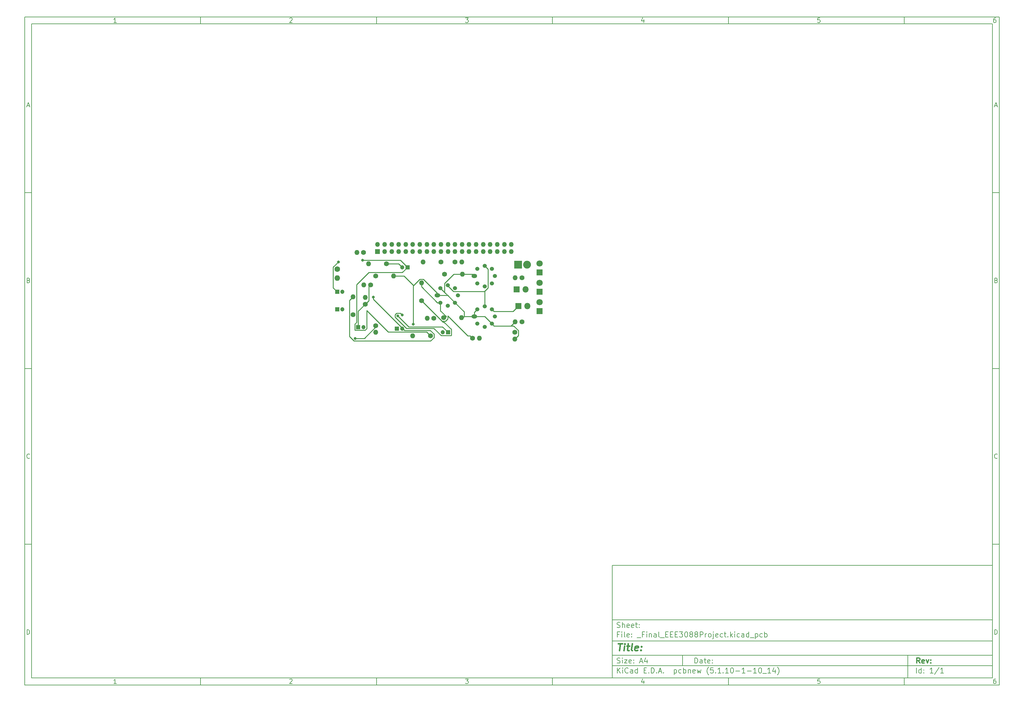
<source format=gbr>
%TF.GenerationSoftware,KiCad,Pcbnew,(5.1.10-1-10_14)*%
%TF.CreationDate,2021-06-17T20:45:02+02:00*%
%TF.ProjectId,_Final_EEE3088Project,5f46696e-616c-45f4-9545-453330383850,rev?*%
%TF.SameCoordinates,Original*%
%TF.FileFunction,Copper,L2,Bot*%
%TF.FilePolarity,Positive*%
%FSLAX46Y46*%
G04 Gerber Fmt 4.6, Leading zero omitted, Abs format (unit mm)*
G04 Created by KiCad (PCBNEW (5.1.10-1-10_14)) date 2021-06-17 20:45:02*
%MOMM*%
%LPD*%
G01*
G04 APERTURE LIST*
%ADD10C,0.100000*%
%ADD11C,0.150000*%
%ADD12C,0.300000*%
%ADD13C,0.400000*%
%TA.AperFunction,ComponentPad*%
%ADD14O,1.400000X1.400000*%
%TD*%
%TA.AperFunction,ComponentPad*%
%ADD15C,1.400000*%
%TD*%
%TA.AperFunction,ComponentPad*%
%ADD16C,1.200000*%
%TD*%
%TA.AperFunction,ComponentPad*%
%ADD17R,1.200000X1.200000*%
%TD*%
%TA.AperFunction,ComponentPad*%
%ADD18R,2.240000X2.240000*%
%TD*%
%TA.AperFunction,ComponentPad*%
%ADD19O,2.240000X2.240000*%
%TD*%
%TA.AperFunction,ComponentPad*%
%ADD20R,1.800000X1.800000*%
%TD*%
%TA.AperFunction,ComponentPad*%
%ADD21O,1.800000X1.800000*%
%TD*%
%TA.AperFunction,ComponentPad*%
%ADD22R,1.350000X1.350000*%
%TD*%
%TA.AperFunction,ComponentPad*%
%ADD23O,1.350000X1.350000*%
%TD*%
%TA.AperFunction,ComponentPad*%
%ADD24C,1.600000*%
%TD*%
%TA.AperFunction,ComponentPad*%
%ADD25O,1.600000X1.600000*%
%TD*%
%TA.AperFunction,ComponentPad*%
%ADD26C,1.800000*%
%TD*%
%TA.AperFunction,ComponentPad*%
%ADD27O,1.600000X1.200000*%
%TD*%
%TA.AperFunction,ComponentPad*%
%ADD28O,1.200000X1.200000*%
%TD*%
%TA.AperFunction,ViaPad*%
%ADD29C,0.800000*%
%TD*%
%TA.AperFunction,Conductor*%
%ADD30C,0.250000*%
%TD*%
G04 APERTURE END LIST*
D10*
D11*
X177002200Y-166007200D02*
X177002200Y-198007200D01*
X285002200Y-198007200D01*
X285002200Y-166007200D01*
X177002200Y-166007200D01*
D10*
D11*
X10000000Y-10000000D02*
X10000000Y-200007200D01*
X287002200Y-200007200D01*
X287002200Y-10000000D01*
X10000000Y-10000000D01*
D10*
D11*
X12000000Y-12000000D02*
X12000000Y-198007200D01*
X285002200Y-198007200D01*
X285002200Y-12000000D01*
X12000000Y-12000000D01*
D10*
D11*
X60000000Y-12000000D02*
X60000000Y-10000000D01*
D10*
D11*
X110000000Y-12000000D02*
X110000000Y-10000000D01*
D10*
D11*
X160000000Y-12000000D02*
X160000000Y-10000000D01*
D10*
D11*
X210000000Y-12000000D02*
X210000000Y-10000000D01*
D10*
D11*
X260000000Y-12000000D02*
X260000000Y-10000000D01*
D10*
D11*
X36065476Y-11588095D02*
X35322619Y-11588095D01*
X35694047Y-11588095D02*
X35694047Y-10288095D01*
X35570238Y-10473809D01*
X35446428Y-10597619D01*
X35322619Y-10659523D01*
D10*
D11*
X85322619Y-10411904D02*
X85384523Y-10350000D01*
X85508333Y-10288095D01*
X85817857Y-10288095D01*
X85941666Y-10350000D01*
X86003571Y-10411904D01*
X86065476Y-10535714D01*
X86065476Y-10659523D01*
X86003571Y-10845238D01*
X85260714Y-11588095D01*
X86065476Y-11588095D01*
D10*
D11*
X135260714Y-10288095D02*
X136065476Y-10288095D01*
X135632142Y-10783333D01*
X135817857Y-10783333D01*
X135941666Y-10845238D01*
X136003571Y-10907142D01*
X136065476Y-11030952D01*
X136065476Y-11340476D01*
X136003571Y-11464285D01*
X135941666Y-11526190D01*
X135817857Y-11588095D01*
X135446428Y-11588095D01*
X135322619Y-11526190D01*
X135260714Y-11464285D01*
D10*
D11*
X185941666Y-10721428D02*
X185941666Y-11588095D01*
X185632142Y-10226190D02*
X185322619Y-11154761D01*
X186127380Y-11154761D01*
D10*
D11*
X236003571Y-10288095D02*
X235384523Y-10288095D01*
X235322619Y-10907142D01*
X235384523Y-10845238D01*
X235508333Y-10783333D01*
X235817857Y-10783333D01*
X235941666Y-10845238D01*
X236003571Y-10907142D01*
X236065476Y-11030952D01*
X236065476Y-11340476D01*
X236003571Y-11464285D01*
X235941666Y-11526190D01*
X235817857Y-11588095D01*
X235508333Y-11588095D01*
X235384523Y-11526190D01*
X235322619Y-11464285D01*
D10*
D11*
X285941666Y-10288095D02*
X285694047Y-10288095D01*
X285570238Y-10350000D01*
X285508333Y-10411904D01*
X285384523Y-10597619D01*
X285322619Y-10845238D01*
X285322619Y-11340476D01*
X285384523Y-11464285D01*
X285446428Y-11526190D01*
X285570238Y-11588095D01*
X285817857Y-11588095D01*
X285941666Y-11526190D01*
X286003571Y-11464285D01*
X286065476Y-11340476D01*
X286065476Y-11030952D01*
X286003571Y-10907142D01*
X285941666Y-10845238D01*
X285817857Y-10783333D01*
X285570238Y-10783333D01*
X285446428Y-10845238D01*
X285384523Y-10907142D01*
X285322619Y-11030952D01*
D10*
D11*
X60000000Y-198007200D02*
X60000000Y-200007200D01*
D10*
D11*
X110000000Y-198007200D02*
X110000000Y-200007200D01*
D10*
D11*
X160000000Y-198007200D02*
X160000000Y-200007200D01*
D10*
D11*
X210000000Y-198007200D02*
X210000000Y-200007200D01*
D10*
D11*
X260000000Y-198007200D02*
X260000000Y-200007200D01*
D10*
D11*
X36065476Y-199595295D02*
X35322619Y-199595295D01*
X35694047Y-199595295D02*
X35694047Y-198295295D01*
X35570238Y-198481009D01*
X35446428Y-198604819D01*
X35322619Y-198666723D01*
D10*
D11*
X85322619Y-198419104D02*
X85384523Y-198357200D01*
X85508333Y-198295295D01*
X85817857Y-198295295D01*
X85941666Y-198357200D01*
X86003571Y-198419104D01*
X86065476Y-198542914D01*
X86065476Y-198666723D01*
X86003571Y-198852438D01*
X85260714Y-199595295D01*
X86065476Y-199595295D01*
D10*
D11*
X135260714Y-198295295D02*
X136065476Y-198295295D01*
X135632142Y-198790533D01*
X135817857Y-198790533D01*
X135941666Y-198852438D01*
X136003571Y-198914342D01*
X136065476Y-199038152D01*
X136065476Y-199347676D01*
X136003571Y-199471485D01*
X135941666Y-199533390D01*
X135817857Y-199595295D01*
X135446428Y-199595295D01*
X135322619Y-199533390D01*
X135260714Y-199471485D01*
D10*
D11*
X185941666Y-198728628D02*
X185941666Y-199595295D01*
X185632142Y-198233390D02*
X185322619Y-199161961D01*
X186127380Y-199161961D01*
D10*
D11*
X236003571Y-198295295D02*
X235384523Y-198295295D01*
X235322619Y-198914342D01*
X235384523Y-198852438D01*
X235508333Y-198790533D01*
X235817857Y-198790533D01*
X235941666Y-198852438D01*
X236003571Y-198914342D01*
X236065476Y-199038152D01*
X236065476Y-199347676D01*
X236003571Y-199471485D01*
X235941666Y-199533390D01*
X235817857Y-199595295D01*
X235508333Y-199595295D01*
X235384523Y-199533390D01*
X235322619Y-199471485D01*
D10*
D11*
X285941666Y-198295295D02*
X285694047Y-198295295D01*
X285570238Y-198357200D01*
X285508333Y-198419104D01*
X285384523Y-198604819D01*
X285322619Y-198852438D01*
X285322619Y-199347676D01*
X285384523Y-199471485D01*
X285446428Y-199533390D01*
X285570238Y-199595295D01*
X285817857Y-199595295D01*
X285941666Y-199533390D01*
X286003571Y-199471485D01*
X286065476Y-199347676D01*
X286065476Y-199038152D01*
X286003571Y-198914342D01*
X285941666Y-198852438D01*
X285817857Y-198790533D01*
X285570238Y-198790533D01*
X285446428Y-198852438D01*
X285384523Y-198914342D01*
X285322619Y-199038152D01*
D10*
D11*
X10000000Y-60000000D02*
X12000000Y-60000000D01*
D10*
D11*
X10000000Y-110000000D02*
X12000000Y-110000000D01*
D10*
D11*
X10000000Y-160000000D02*
X12000000Y-160000000D01*
D10*
D11*
X10690476Y-35216666D02*
X11309523Y-35216666D01*
X10566666Y-35588095D02*
X11000000Y-34288095D01*
X11433333Y-35588095D01*
D10*
D11*
X11092857Y-84907142D02*
X11278571Y-84969047D01*
X11340476Y-85030952D01*
X11402380Y-85154761D01*
X11402380Y-85340476D01*
X11340476Y-85464285D01*
X11278571Y-85526190D01*
X11154761Y-85588095D01*
X10659523Y-85588095D01*
X10659523Y-84288095D01*
X11092857Y-84288095D01*
X11216666Y-84350000D01*
X11278571Y-84411904D01*
X11340476Y-84535714D01*
X11340476Y-84659523D01*
X11278571Y-84783333D01*
X11216666Y-84845238D01*
X11092857Y-84907142D01*
X10659523Y-84907142D01*
D10*
D11*
X11402380Y-135464285D02*
X11340476Y-135526190D01*
X11154761Y-135588095D01*
X11030952Y-135588095D01*
X10845238Y-135526190D01*
X10721428Y-135402380D01*
X10659523Y-135278571D01*
X10597619Y-135030952D01*
X10597619Y-134845238D01*
X10659523Y-134597619D01*
X10721428Y-134473809D01*
X10845238Y-134350000D01*
X11030952Y-134288095D01*
X11154761Y-134288095D01*
X11340476Y-134350000D01*
X11402380Y-134411904D01*
D10*
D11*
X10659523Y-185588095D02*
X10659523Y-184288095D01*
X10969047Y-184288095D01*
X11154761Y-184350000D01*
X11278571Y-184473809D01*
X11340476Y-184597619D01*
X11402380Y-184845238D01*
X11402380Y-185030952D01*
X11340476Y-185278571D01*
X11278571Y-185402380D01*
X11154761Y-185526190D01*
X10969047Y-185588095D01*
X10659523Y-185588095D01*
D10*
D11*
X287002200Y-60000000D02*
X285002200Y-60000000D01*
D10*
D11*
X287002200Y-110000000D02*
X285002200Y-110000000D01*
D10*
D11*
X287002200Y-160000000D02*
X285002200Y-160000000D01*
D10*
D11*
X285692676Y-35216666D02*
X286311723Y-35216666D01*
X285568866Y-35588095D02*
X286002200Y-34288095D01*
X286435533Y-35588095D01*
D10*
D11*
X286095057Y-84907142D02*
X286280771Y-84969047D01*
X286342676Y-85030952D01*
X286404580Y-85154761D01*
X286404580Y-85340476D01*
X286342676Y-85464285D01*
X286280771Y-85526190D01*
X286156961Y-85588095D01*
X285661723Y-85588095D01*
X285661723Y-84288095D01*
X286095057Y-84288095D01*
X286218866Y-84350000D01*
X286280771Y-84411904D01*
X286342676Y-84535714D01*
X286342676Y-84659523D01*
X286280771Y-84783333D01*
X286218866Y-84845238D01*
X286095057Y-84907142D01*
X285661723Y-84907142D01*
D10*
D11*
X286404580Y-135464285D02*
X286342676Y-135526190D01*
X286156961Y-135588095D01*
X286033152Y-135588095D01*
X285847438Y-135526190D01*
X285723628Y-135402380D01*
X285661723Y-135278571D01*
X285599819Y-135030952D01*
X285599819Y-134845238D01*
X285661723Y-134597619D01*
X285723628Y-134473809D01*
X285847438Y-134350000D01*
X286033152Y-134288095D01*
X286156961Y-134288095D01*
X286342676Y-134350000D01*
X286404580Y-134411904D01*
D10*
D11*
X285661723Y-185588095D02*
X285661723Y-184288095D01*
X285971247Y-184288095D01*
X286156961Y-184350000D01*
X286280771Y-184473809D01*
X286342676Y-184597619D01*
X286404580Y-184845238D01*
X286404580Y-185030952D01*
X286342676Y-185278571D01*
X286280771Y-185402380D01*
X286156961Y-185526190D01*
X285971247Y-185588095D01*
X285661723Y-185588095D01*
D10*
D11*
X200434342Y-193785771D02*
X200434342Y-192285771D01*
X200791485Y-192285771D01*
X201005771Y-192357200D01*
X201148628Y-192500057D01*
X201220057Y-192642914D01*
X201291485Y-192928628D01*
X201291485Y-193142914D01*
X201220057Y-193428628D01*
X201148628Y-193571485D01*
X201005771Y-193714342D01*
X200791485Y-193785771D01*
X200434342Y-193785771D01*
X202577200Y-193785771D02*
X202577200Y-193000057D01*
X202505771Y-192857200D01*
X202362914Y-192785771D01*
X202077200Y-192785771D01*
X201934342Y-192857200D01*
X202577200Y-193714342D02*
X202434342Y-193785771D01*
X202077200Y-193785771D01*
X201934342Y-193714342D01*
X201862914Y-193571485D01*
X201862914Y-193428628D01*
X201934342Y-193285771D01*
X202077200Y-193214342D01*
X202434342Y-193214342D01*
X202577200Y-193142914D01*
X203077200Y-192785771D02*
X203648628Y-192785771D01*
X203291485Y-192285771D02*
X203291485Y-193571485D01*
X203362914Y-193714342D01*
X203505771Y-193785771D01*
X203648628Y-193785771D01*
X204720057Y-193714342D02*
X204577200Y-193785771D01*
X204291485Y-193785771D01*
X204148628Y-193714342D01*
X204077200Y-193571485D01*
X204077200Y-193000057D01*
X204148628Y-192857200D01*
X204291485Y-192785771D01*
X204577200Y-192785771D01*
X204720057Y-192857200D01*
X204791485Y-193000057D01*
X204791485Y-193142914D01*
X204077200Y-193285771D01*
X205434342Y-193642914D02*
X205505771Y-193714342D01*
X205434342Y-193785771D01*
X205362914Y-193714342D01*
X205434342Y-193642914D01*
X205434342Y-193785771D01*
X205434342Y-192857200D02*
X205505771Y-192928628D01*
X205434342Y-193000057D01*
X205362914Y-192928628D01*
X205434342Y-192857200D01*
X205434342Y-193000057D01*
D10*
D11*
X177002200Y-194507200D02*
X285002200Y-194507200D01*
D10*
D11*
X178434342Y-196585771D02*
X178434342Y-195085771D01*
X179291485Y-196585771D02*
X178648628Y-195728628D01*
X179291485Y-195085771D02*
X178434342Y-195942914D01*
X179934342Y-196585771D02*
X179934342Y-195585771D01*
X179934342Y-195085771D02*
X179862914Y-195157200D01*
X179934342Y-195228628D01*
X180005771Y-195157200D01*
X179934342Y-195085771D01*
X179934342Y-195228628D01*
X181505771Y-196442914D02*
X181434342Y-196514342D01*
X181220057Y-196585771D01*
X181077200Y-196585771D01*
X180862914Y-196514342D01*
X180720057Y-196371485D01*
X180648628Y-196228628D01*
X180577200Y-195942914D01*
X180577200Y-195728628D01*
X180648628Y-195442914D01*
X180720057Y-195300057D01*
X180862914Y-195157200D01*
X181077200Y-195085771D01*
X181220057Y-195085771D01*
X181434342Y-195157200D01*
X181505771Y-195228628D01*
X182791485Y-196585771D02*
X182791485Y-195800057D01*
X182720057Y-195657200D01*
X182577200Y-195585771D01*
X182291485Y-195585771D01*
X182148628Y-195657200D01*
X182791485Y-196514342D02*
X182648628Y-196585771D01*
X182291485Y-196585771D01*
X182148628Y-196514342D01*
X182077200Y-196371485D01*
X182077200Y-196228628D01*
X182148628Y-196085771D01*
X182291485Y-196014342D01*
X182648628Y-196014342D01*
X182791485Y-195942914D01*
X184148628Y-196585771D02*
X184148628Y-195085771D01*
X184148628Y-196514342D02*
X184005771Y-196585771D01*
X183720057Y-196585771D01*
X183577200Y-196514342D01*
X183505771Y-196442914D01*
X183434342Y-196300057D01*
X183434342Y-195871485D01*
X183505771Y-195728628D01*
X183577200Y-195657200D01*
X183720057Y-195585771D01*
X184005771Y-195585771D01*
X184148628Y-195657200D01*
X186005771Y-195800057D02*
X186505771Y-195800057D01*
X186720057Y-196585771D02*
X186005771Y-196585771D01*
X186005771Y-195085771D01*
X186720057Y-195085771D01*
X187362914Y-196442914D02*
X187434342Y-196514342D01*
X187362914Y-196585771D01*
X187291485Y-196514342D01*
X187362914Y-196442914D01*
X187362914Y-196585771D01*
X188077200Y-196585771D02*
X188077200Y-195085771D01*
X188434342Y-195085771D01*
X188648628Y-195157200D01*
X188791485Y-195300057D01*
X188862914Y-195442914D01*
X188934342Y-195728628D01*
X188934342Y-195942914D01*
X188862914Y-196228628D01*
X188791485Y-196371485D01*
X188648628Y-196514342D01*
X188434342Y-196585771D01*
X188077200Y-196585771D01*
X189577200Y-196442914D02*
X189648628Y-196514342D01*
X189577200Y-196585771D01*
X189505771Y-196514342D01*
X189577200Y-196442914D01*
X189577200Y-196585771D01*
X190220057Y-196157200D02*
X190934342Y-196157200D01*
X190077200Y-196585771D02*
X190577200Y-195085771D01*
X191077200Y-196585771D01*
X191577200Y-196442914D02*
X191648628Y-196514342D01*
X191577200Y-196585771D01*
X191505771Y-196514342D01*
X191577200Y-196442914D01*
X191577200Y-196585771D01*
X194577200Y-195585771D02*
X194577200Y-197085771D01*
X194577200Y-195657200D02*
X194720057Y-195585771D01*
X195005771Y-195585771D01*
X195148628Y-195657200D01*
X195220057Y-195728628D01*
X195291485Y-195871485D01*
X195291485Y-196300057D01*
X195220057Y-196442914D01*
X195148628Y-196514342D01*
X195005771Y-196585771D01*
X194720057Y-196585771D01*
X194577200Y-196514342D01*
X196577200Y-196514342D02*
X196434342Y-196585771D01*
X196148628Y-196585771D01*
X196005771Y-196514342D01*
X195934342Y-196442914D01*
X195862914Y-196300057D01*
X195862914Y-195871485D01*
X195934342Y-195728628D01*
X196005771Y-195657200D01*
X196148628Y-195585771D01*
X196434342Y-195585771D01*
X196577200Y-195657200D01*
X197220057Y-196585771D02*
X197220057Y-195085771D01*
X197220057Y-195657200D02*
X197362914Y-195585771D01*
X197648628Y-195585771D01*
X197791485Y-195657200D01*
X197862914Y-195728628D01*
X197934342Y-195871485D01*
X197934342Y-196300057D01*
X197862914Y-196442914D01*
X197791485Y-196514342D01*
X197648628Y-196585771D01*
X197362914Y-196585771D01*
X197220057Y-196514342D01*
X198577200Y-195585771D02*
X198577200Y-196585771D01*
X198577200Y-195728628D02*
X198648628Y-195657200D01*
X198791485Y-195585771D01*
X199005771Y-195585771D01*
X199148628Y-195657200D01*
X199220057Y-195800057D01*
X199220057Y-196585771D01*
X200505771Y-196514342D02*
X200362914Y-196585771D01*
X200077200Y-196585771D01*
X199934342Y-196514342D01*
X199862914Y-196371485D01*
X199862914Y-195800057D01*
X199934342Y-195657200D01*
X200077200Y-195585771D01*
X200362914Y-195585771D01*
X200505771Y-195657200D01*
X200577200Y-195800057D01*
X200577200Y-195942914D01*
X199862914Y-196085771D01*
X201077200Y-195585771D02*
X201362914Y-196585771D01*
X201648628Y-195871485D01*
X201934342Y-196585771D01*
X202220057Y-195585771D01*
X204362914Y-197157200D02*
X204291485Y-197085771D01*
X204148628Y-196871485D01*
X204077200Y-196728628D01*
X204005771Y-196514342D01*
X203934342Y-196157200D01*
X203934342Y-195871485D01*
X204005771Y-195514342D01*
X204077200Y-195300057D01*
X204148628Y-195157200D01*
X204291485Y-194942914D01*
X204362914Y-194871485D01*
X205648628Y-195085771D02*
X204934342Y-195085771D01*
X204862914Y-195800057D01*
X204934342Y-195728628D01*
X205077200Y-195657200D01*
X205434342Y-195657200D01*
X205577200Y-195728628D01*
X205648628Y-195800057D01*
X205720057Y-195942914D01*
X205720057Y-196300057D01*
X205648628Y-196442914D01*
X205577200Y-196514342D01*
X205434342Y-196585771D01*
X205077200Y-196585771D01*
X204934342Y-196514342D01*
X204862914Y-196442914D01*
X206362914Y-196442914D02*
X206434342Y-196514342D01*
X206362914Y-196585771D01*
X206291485Y-196514342D01*
X206362914Y-196442914D01*
X206362914Y-196585771D01*
X207862914Y-196585771D02*
X207005771Y-196585771D01*
X207434342Y-196585771D02*
X207434342Y-195085771D01*
X207291485Y-195300057D01*
X207148628Y-195442914D01*
X207005771Y-195514342D01*
X208505771Y-196442914D02*
X208577200Y-196514342D01*
X208505771Y-196585771D01*
X208434342Y-196514342D01*
X208505771Y-196442914D01*
X208505771Y-196585771D01*
X210005771Y-196585771D02*
X209148628Y-196585771D01*
X209577200Y-196585771D02*
X209577200Y-195085771D01*
X209434342Y-195300057D01*
X209291485Y-195442914D01*
X209148628Y-195514342D01*
X210934342Y-195085771D02*
X211077200Y-195085771D01*
X211220057Y-195157200D01*
X211291485Y-195228628D01*
X211362914Y-195371485D01*
X211434342Y-195657200D01*
X211434342Y-196014342D01*
X211362914Y-196300057D01*
X211291485Y-196442914D01*
X211220057Y-196514342D01*
X211077200Y-196585771D01*
X210934342Y-196585771D01*
X210791485Y-196514342D01*
X210720057Y-196442914D01*
X210648628Y-196300057D01*
X210577200Y-196014342D01*
X210577200Y-195657200D01*
X210648628Y-195371485D01*
X210720057Y-195228628D01*
X210791485Y-195157200D01*
X210934342Y-195085771D01*
X212077200Y-196014342D02*
X213220057Y-196014342D01*
X214720057Y-196585771D02*
X213862914Y-196585771D01*
X214291485Y-196585771D02*
X214291485Y-195085771D01*
X214148628Y-195300057D01*
X214005771Y-195442914D01*
X213862914Y-195514342D01*
X215362914Y-196014342D02*
X216505771Y-196014342D01*
X218005771Y-196585771D02*
X217148628Y-196585771D01*
X217577200Y-196585771D02*
X217577200Y-195085771D01*
X217434342Y-195300057D01*
X217291485Y-195442914D01*
X217148628Y-195514342D01*
X218934342Y-195085771D02*
X219077200Y-195085771D01*
X219220057Y-195157200D01*
X219291485Y-195228628D01*
X219362914Y-195371485D01*
X219434342Y-195657200D01*
X219434342Y-196014342D01*
X219362914Y-196300057D01*
X219291485Y-196442914D01*
X219220057Y-196514342D01*
X219077200Y-196585771D01*
X218934342Y-196585771D01*
X218791485Y-196514342D01*
X218720057Y-196442914D01*
X218648628Y-196300057D01*
X218577200Y-196014342D01*
X218577200Y-195657200D01*
X218648628Y-195371485D01*
X218720057Y-195228628D01*
X218791485Y-195157200D01*
X218934342Y-195085771D01*
X219720057Y-196728628D02*
X220862914Y-196728628D01*
X222005771Y-196585771D02*
X221148628Y-196585771D01*
X221577200Y-196585771D02*
X221577200Y-195085771D01*
X221434342Y-195300057D01*
X221291485Y-195442914D01*
X221148628Y-195514342D01*
X223291485Y-195585771D02*
X223291485Y-196585771D01*
X222934342Y-195014342D02*
X222577200Y-196085771D01*
X223505771Y-196085771D01*
X223934342Y-197157200D02*
X224005771Y-197085771D01*
X224148628Y-196871485D01*
X224220057Y-196728628D01*
X224291485Y-196514342D01*
X224362914Y-196157200D01*
X224362914Y-195871485D01*
X224291485Y-195514342D01*
X224220057Y-195300057D01*
X224148628Y-195157200D01*
X224005771Y-194942914D01*
X223934342Y-194871485D01*
D10*
D11*
X177002200Y-191507200D02*
X285002200Y-191507200D01*
D10*
D12*
X264411485Y-193785771D02*
X263911485Y-193071485D01*
X263554342Y-193785771D02*
X263554342Y-192285771D01*
X264125771Y-192285771D01*
X264268628Y-192357200D01*
X264340057Y-192428628D01*
X264411485Y-192571485D01*
X264411485Y-192785771D01*
X264340057Y-192928628D01*
X264268628Y-193000057D01*
X264125771Y-193071485D01*
X263554342Y-193071485D01*
X265625771Y-193714342D02*
X265482914Y-193785771D01*
X265197200Y-193785771D01*
X265054342Y-193714342D01*
X264982914Y-193571485D01*
X264982914Y-193000057D01*
X265054342Y-192857200D01*
X265197200Y-192785771D01*
X265482914Y-192785771D01*
X265625771Y-192857200D01*
X265697200Y-193000057D01*
X265697200Y-193142914D01*
X264982914Y-193285771D01*
X266197200Y-192785771D02*
X266554342Y-193785771D01*
X266911485Y-192785771D01*
X267482914Y-193642914D02*
X267554342Y-193714342D01*
X267482914Y-193785771D01*
X267411485Y-193714342D01*
X267482914Y-193642914D01*
X267482914Y-193785771D01*
X267482914Y-192857200D02*
X267554342Y-192928628D01*
X267482914Y-193000057D01*
X267411485Y-192928628D01*
X267482914Y-192857200D01*
X267482914Y-193000057D01*
D10*
D11*
X178362914Y-193714342D02*
X178577200Y-193785771D01*
X178934342Y-193785771D01*
X179077200Y-193714342D01*
X179148628Y-193642914D01*
X179220057Y-193500057D01*
X179220057Y-193357200D01*
X179148628Y-193214342D01*
X179077200Y-193142914D01*
X178934342Y-193071485D01*
X178648628Y-193000057D01*
X178505771Y-192928628D01*
X178434342Y-192857200D01*
X178362914Y-192714342D01*
X178362914Y-192571485D01*
X178434342Y-192428628D01*
X178505771Y-192357200D01*
X178648628Y-192285771D01*
X179005771Y-192285771D01*
X179220057Y-192357200D01*
X179862914Y-193785771D02*
X179862914Y-192785771D01*
X179862914Y-192285771D02*
X179791485Y-192357200D01*
X179862914Y-192428628D01*
X179934342Y-192357200D01*
X179862914Y-192285771D01*
X179862914Y-192428628D01*
X180434342Y-192785771D02*
X181220057Y-192785771D01*
X180434342Y-193785771D01*
X181220057Y-193785771D01*
X182362914Y-193714342D02*
X182220057Y-193785771D01*
X181934342Y-193785771D01*
X181791485Y-193714342D01*
X181720057Y-193571485D01*
X181720057Y-193000057D01*
X181791485Y-192857200D01*
X181934342Y-192785771D01*
X182220057Y-192785771D01*
X182362914Y-192857200D01*
X182434342Y-193000057D01*
X182434342Y-193142914D01*
X181720057Y-193285771D01*
X183077200Y-193642914D02*
X183148628Y-193714342D01*
X183077200Y-193785771D01*
X183005771Y-193714342D01*
X183077200Y-193642914D01*
X183077200Y-193785771D01*
X183077200Y-192857200D02*
X183148628Y-192928628D01*
X183077200Y-193000057D01*
X183005771Y-192928628D01*
X183077200Y-192857200D01*
X183077200Y-193000057D01*
X184862914Y-193357200D02*
X185577200Y-193357200D01*
X184720057Y-193785771D02*
X185220057Y-192285771D01*
X185720057Y-193785771D01*
X186862914Y-192785771D02*
X186862914Y-193785771D01*
X186505771Y-192214342D02*
X186148628Y-193285771D01*
X187077200Y-193285771D01*
D10*
D11*
X263434342Y-196585771D02*
X263434342Y-195085771D01*
X264791485Y-196585771D02*
X264791485Y-195085771D01*
X264791485Y-196514342D02*
X264648628Y-196585771D01*
X264362914Y-196585771D01*
X264220057Y-196514342D01*
X264148628Y-196442914D01*
X264077200Y-196300057D01*
X264077200Y-195871485D01*
X264148628Y-195728628D01*
X264220057Y-195657200D01*
X264362914Y-195585771D01*
X264648628Y-195585771D01*
X264791485Y-195657200D01*
X265505771Y-196442914D02*
X265577200Y-196514342D01*
X265505771Y-196585771D01*
X265434342Y-196514342D01*
X265505771Y-196442914D01*
X265505771Y-196585771D01*
X265505771Y-195657200D02*
X265577200Y-195728628D01*
X265505771Y-195800057D01*
X265434342Y-195728628D01*
X265505771Y-195657200D01*
X265505771Y-195800057D01*
X268148628Y-196585771D02*
X267291485Y-196585771D01*
X267720057Y-196585771D02*
X267720057Y-195085771D01*
X267577200Y-195300057D01*
X267434342Y-195442914D01*
X267291485Y-195514342D01*
X269862914Y-195014342D02*
X268577200Y-196942914D01*
X271148628Y-196585771D02*
X270291485Y-196585771D01*
X270720057Y-196585771D02*
X270720057Y-195085771D01*
X270577200Y-195300057D01*
X270434342Y-195442914D01*
X270291485Y-195514342D01*
D10*
D11*
X177002200Y-187507200D02*
X285002200Y-187507200D01*
D10*
D13*
X178714580Y-188211961D02*
X179857438Y-188211961D01*
X179036009Y-190211961D02*
X179286009Y-188211961D01*
X180274104Y-190211961D02*
X180440771Y-188878628D01*
X180524104Y-188211961D02*
X180416961Y-188307200D01*
X180500295Y-188402438D01*
X180607438Y-188307200D01*
X180524104Y-188211961D01*
X180500295Y-188402438D01*
X181107438Y-188878628D02*
X181869342Y-188878628D01*
X181476485Y-188211961D02*
X181262200Y-189926247D01*
X181333628Y-190116723D01*
X181512200Y-190211961D01*
X181702676Y-190211961D01*
X182655057Y-190211961D02*
X182476485Y-190116723D01*
X182405057Y-189926247D01*
X182619342Y-188211961D01*
X184190771Y-190116723D02*
X183988390Y-190211961D01*
X183607438Y-190211961D01*
X183428866Y-190116723D01*
X183357438Y-189926247D01*
X183452676Y-189164342D01*
X183571723Y-188973866D01*
X183774104Y-188878628D01*
X184155057Y-188878628D01*
X184333628Y-188973866D01*
X184405057Y-189164342D01*
X184381247Y-189354819D01*
X183405057Y-189545295D01*
X185155057Y-190021485D02*
X185238390Y-190116723D01*
X185131247Y-190211961D01*
X185047914Y-190116723D01*
X185155057Y-190021485D01*
X185131247Y-190211961D01*
X185286009Y-188973866D02*
X185369342Y-189069104D01*
X185262200Y-189164342D01*
X185178866Y-189069104D01*
X185286009Y-188973866D01*
X185262200Y-189164342D01*
D10*
D11*
X178934342Y-185600057D02*
X178434342Y-185600057D01*
X178434342Y-186385771D02*
X178434342Y-184885771D01*
X179148628Y-184885771D01*
X179720057Y-186385771D02*
X179720057Y-185385771D01*
X179720057Y-184885771D02*
X179648628Y-184957200D01*
X179720057Y-185028628D01*
X179791485Y-184957200D01*
X179720057Y-184885771D01*
X179720057Y-185028628D01*
X180648628Y-186385771D02*
X180505771Y-186314342D01*
X180434342Y-186171485D01*
X180434342Y-184885771D01*
X181791485Y-186314342D02*
X181648628Y-186385771D01*
X181362914Y-186385771D01*
X181220057Y-186314342D01*
X181148628Y-186171485D01*
X181148628Y-185600057D01*
X181220057Y-185457200D01*
X181362914Y-185385771D01*
X181648628Y-185385771D01*
X181791485Y-185457200D01*
X181862914Y-185600057D01*
X181862914Y-185742914D01*
X181148628Y-185885771D01*
X182505771Y-186242914D02*
X182577200Y-186314342D01*
X182505771Y-186385771D01*
X182434342Y-186314342D01*
X182505771Y-186242914D01*
X182505771Y-186385771D01*
X182505771Y-185457200D02*
X182577200Y-185528628D01*
X182505771Y-185600057D01*
X182434342Y-185528628D01*
X182505771Y-185457200D01*
X182505771Y-185600057D01*
X184005771Y-186528628D02*
X185148628Y-186528628D01*
X186005771Y-185600057D02*
X185505771Y-185600057D01*
X185505771Y-186385771D02*
X185505771Y-184885771D01*
X186220057Y-184885771D01*
X186791485Y-186385771D02*
X186791485Y-185385771D01*
X186791485Y-184885771D02*
X186720057Y-184957200D01*
X186791485Y-185028628D01*
X186862914Y-184957200D01*
X186791485Y-184885771D01*
X186791485Y-185028628D01*
X187505771Y-185385771D02*
X187505771Y-186385771D01*
X187505771Y-185528628D02*
X187577200Y-185457200D01*
X187720057Y-185385771D01*
X187934342Y-185385771D01*
X188077200Y-185457200D01*
X188148628Y-185600057D01*
X188148628Y-186385771D01*
X189505771Y-186385771D02*
X189505771Y-185600057D01*
X189434342Y-185457200D01*
X189291485Y-185385771D01*
X189005771Y-185385771D01*
X188862914Y-185457200D01*
X189505771Y-186314342D02*
X189362914Y-186385771D01*
X189005771Y-186385771D01*
X188862914Y-186314342D01*
X188791485Y-186171485D01*
X188791485Y-186028628D01*
X188862914Y-185885771D01*
X189005771Y-185814342D01*
X189362914Y-185814342D01*
X189505771Y-185742914D01*
X190434342Y-186385771D02*
X190291485Y-186314342D01*
X190220057Y-186171485D01*
X190220057Y-184885771D01*
X190648628Y-186528628D02*
X191791485Y-186528628D01*
X192148628Y-185600057D02*
X192648628Y-185600057D01*
X192862914Y-186385771D02*
X192148628Y-186385771D01*
X192148628Y-184885771D01*
X192862914Y-184885771D01*
X193505771Y-185600057D02*
X194005771Y-185600057D01*
X194220057Y-186385771D02*
X193505771Y-186385771D01*
X193505771Y-184885771D01*
X194220057Y-184885771D01*
X194862914Y-185600057D02*
X195362914Y-185600057D01*
X195577200Y-186385771D02*
X194862914Y-186385771D01*
X194862914Y-184885771D01*
X195577200Y-184885771D01*
X196077200Y-184885771D02*
X197005771Y-184885771D01*
X196505771Y-185457200D01*
X196720057Y-185457200D01*
X196862914Y-185528628D01*
X196934342Y-185600057D01*
X197005771Y-185742914D01*
X197005771Y-186100057D01*
X196934342Y-186242914D01*
X196862914Y-186314342D01*
X196720057Y-186385771D01*
X196291485Y-186385771D01*
X196148628Y-186314342D01*
X196077200Y-186242914D01*
X197934342Y-184885771D02*
X198077200Y-184885771D01*
X198220057Y-184957200D01*
X198291485Y-185028628D01*
X198362914Y-185171485D01*
X198434342Y-185457200D01*
X198434342Y-185814342D01*
X198362914Y-186100057D01*
X198291485Y-186242914D01*
X198220057Y-186314342D01*
X198077200Y-186385771D01*
X197934342Y-186385771D01*
X197791485Y-186314342D01*
X197720057Y-186242914D01*
X197648628Y-186100057D01*
X197577200Y-185814342D01*
X197577200Y-185457200D01*
X197648628Y-185171485D01*
X197720057Y-185028628D01*
X197791485Y-184957200D01*
X197934342Y-184885771D01*
X199291485Y-185528628D02*
X199148628Y-185457200D01*
X199077200Y-185385771D01*
X199005771Y-185242914D01*
X199005771Y-185171485D01*
X199077200Y-185028628D01*
X199148628Y-184957200D01*
X199291485Y-184885771D01*
X199577200Y-184885771D01*
X199720057Y-184957200D01*
X199791485Y-185028628D01*
X199862914Y-185171485D01*
X199862914Y-185242914D01*
X199791485Y-185385771D01*
X199720057Y-185457200D01*
X199577200Y-185528628D01*
X199291485Y-185528628D01*
X199148628Y-185600057D01*
X199077200Y-185671485D01*
X199005771Y-185814342D01*
X199005771Y-186100057D01*
X199077200Y-186242914D01*
X199148628Y-186314342D01*
X199291485Y-186385771D01*
X199577200Y-186385771D01*
X199720057Y-186314342D01*
X199791485Y-186242914D01*
X199862914Y-186100057D01*
X199862914Y-185814342D01*
X199791485Y-185671485D01*
X199720057Y-185600057D01*
X199577200Y-185528628D01*
X200720057Y-185528628D02*
X200577200Y-185457200D01*
X200505771Y-185385771D01*
X200434342Y-185242914D01*
X200434342Y-185171485D01*
X200505771Y-185028628D01*
X200577200Y-184957200D01*
X200720057Y-184885771D01*
X201005771Y-184885771D01*
X201148628Y-184957200D01*
X201220057Y-185028628D01*
X201291485Y-185171485D01*
X201291485Y-185242914D01*
X201220057Y-185385771D01*
X201148628Y-185457200D01*
X201005771Y-185528628D01*
X200720057Y-185528628D01*
X200577200Y-185600057D01*
X200505771Y-185671485D01*
X200434342Y-185814342D01*
X200434342Y-186100057D01*
X200505771Y-186242914D01*
X200577200Y-186314342D01*
X200720057Y-186385771D01*
X201005771Y-186385771D01*
X201148628Y-186314342D01*
X201220057Y-186242914D01*
X201291485Y-186100057D01*
X201291485Y-185814342D01*
X201220057Y-185671485D01*
X201148628Y-185600057D01*
X201005771Y-185528628D01*
X201934342Y-186385771D02*
X201934342Y-184885771D01*
X202505771Y-184885771D01*
X202648628Y-184957200D01*
X202720057Y-185028628D01*
X202791485Y-185171485D01*
X202791485Y-185385771D01*
X202720057Y-185528628D01*
X202648628Y-185600057D01*
X202505771Y-185671485D01*
X201934342Y-185671485D01*
X203434342Y-186385771D02*
X203434342Y-185385771D01*
X203434342Y-185671485D02*
X203505771Y-185528628D01*
X203577200Y-185457200D01*
X203720057Y-185385771D01*
X203862914Y-185385771D01*
X204577200Y-186385771D02*
X204434342Y-186314342D01*
X204362914Y-186242914D01*
X204291485Y-186100057D01*
X204291485Y-185671485D01*
X204362914Y-185528628D01*
X204434342Y-185457200D01*
X204577200Y-185385771D01*
X204791485Y-185385771D01*
X204934342Y-185457200D01*
X205005771Y-185528628D01*
X205077200Y-185671485D01*
X205077200Y-186100057D01*
X205005771Y-186242914D01*
X204934342Y-186314342D01*
X204791485Y-186385771D01*
X204577200Y-186385771D01*
X205720057Y-185385771D02*
X205720057Y-186671485D01*
X205648628Y-186814342D01*
X205505771Y-186885771D01*
X205434342Y-186885771D01*
X205720057Y-184885771D02*
X205648628Y-184957200D01*
X205720057Y-185028628D01*
X205791485Y-184957200D01*
X205720057Y-184885771D01*
X205720057Y-185028628D01*
X207005771Y-186314342D02*
X206862914Y-186385771D01*
X206577200Y-186385771D01*
X206434342Y-186314342D01*
X206362914Y-186171485D01*
X206362914Y-185600057D01*
X206434342Y-185457200D01*
X206577200Y-185385771D01*
X206862914Y-185385771D01*
X207005771Y-185457200D01*
X207077200Y-185600057D01*
X207077200Y-185742914D01*
X206362914Y-185885771D01*
X208362914Y-186314342D02*
X208220057Y-186385771D01*
X207934342Y-186385771D01*
X207791485Y-186314342D01*
X207720057Y-186242914D01*
X207648628Y-186100057D01*
X207648628Y-185671485D01*
X207720057Y-185528628D01*
X207791485Y-185457200D01*
X207934342Y-185385771D01*
X208220057Y-185385771D01*
X208362914Y-185457200D01*
X208791485Y-185385771D02*
X209362914Y-185385771D01*
X209005771Y-184885771D02*
X209005771Y-186171485D01*
X209077200Y-186314342D01*
X209220057Y-186385771D01*
X209362914Y-186385771D01*
X209862914Y-186242914D02*
X209934342Y-186314342D01*
X209862914Y-186385771D01*
X209791485Y-186314342D01*
X209862914Y-186242914D01*
X209862914Y-186385771D01*
X210577200Y-186385771D02*
X210577200Y-184885771D01*
X210720057Y-185814342D02*
X211148628Y-186385771D01*
X211148628Y-185385771D02*
X210577200Y-185957200D01*
X211791485Y-186385771D02*
X211791485Y-185385771D01*
X211791485Y-184885771D02*
X211720057Y-184957200D01*
X211791485Y-185028628D01*
X211862914Y-184957200D01*
X211791485Y-184885771D01*
X211791485Y-185028628D01*
X213148628Y-186314342D02*
X213005771Y-186385771D01*
X212720057Y-186385771D01*
X212577200Y-186314342D01*
X212505771Y-186242914D01*
X212434342Y-186100057D01*
X212434342Y-185671485D01*
X212505771Y-185528628D01*
X212577200Y-185457200D01*
X212720057Y-185385771D01*
X213005771Y-185385771D01*
X213148628Y-185457200D01*
X214434342Y-186385771D02*
X214434342Y-185600057D01*
X214362914Y-185457200D01*
X214220057Y-185385771D01*
X213934342Y-185385771D01*
X213791485Y-185457200D01*
X214434342Y-186314342D02*
X214291485Y-186385771D01*
X213934342Y-186385771D01*
X213791485Y-186314342D01*
X213720057Y-186171485D01*
X213720057Y-186028628D01*
X213791485Y-185885771D01*
X213934342Y-185814342D01*
X214291485Y-185814342D01*
X214434342Y-185742914D01*
X215791485Y-186385771D02*
X215791485Y-184885771D01*
X215791485Y-186314342D02*
X215648628Y-186385771D01*
X215362914Y-186385771D01*
X215220057Y-186314342D01*
X215148628Y-186242914D01*
X215077200Y-186100057D01*
X215077200Y-185671485D01*
X215148628Y-185528628D01*
X215220057Y-185457200D01*
X215362914Y-185385771D01*
X215648628Y-185385771D01*
X215791485Y-185457200D01*
X216148628Y-186528628D02*
X217291485Y-186528628D01*
X217648628Y-185385771D02*
X217648628Y-186885771D01*
X217648628Y-185457200D02*
X217791485Y-185385771D01*
X218077200Y-185385771D01*
X218220057Y-185457200D01*
X218291485Y-185528628D01*
X218362914Y-185671485D01*
X218362914Y-186100057D01*
X218291485Y-186242914D01*
X218220057Y-186314342D01*
X218077200Y-186385771D01*
X217791485Y-186385771D01*
X217648628Y-186314342D01*
X219648628Y-186314342D02*
X219505771Y-186385771D01*
X219220057Y-186385771D01*
X219077200Y-186314342D01*
X219005771Y-186242914D01*
X218934342Y-186100057D01*
X218934342Y-185671485D01*
X219005771Y-185528628D01*
X219077200Y-185457200D01*
X219220057Y-185385771D01*
X219505771Y-185385771D01*
X219648628Y-185457200D01*
X220291485Y-186385771D02*
X220291485Y-184885771D01*
X220291485Y-185457200D02*
X220434342Y-185385771D01*
X220720057Y-185385771D01*
X220862914Y-185457200D01*
X220934342Y-185528628D01*
X221005771Y-185671485D01*
X221005771Y-186100057D01*
X220934342Y-186242914D01*
X220862914Y-186314342D01*
X220720057Y-186385771D01*
X220434342Y-186385771D01*
X220291485Y-186314342D01*
D10*
D11*
X177002200Y-181507200D02*
X285002200Y-181507200D01*
D10*
D11*
X178362914Y-183614342D02*
X178577200Y-183685771D01*
X178934342Y-183685771D01*
X179077200Y-183614342D01*
X179148628Y-183542914D01*
X179220057Y-183400057D01*
X179220057Y-183257200D01*
X179148628Y-183114342D01*
X179077200Y-183042914D01*
X178934342Y-182971485D01*
X178648628Y-182900057D01*
X178505771Y-182828628D01*
X178434342Y-182757200D01*
X178362914Y-182614342D01*
X178362914Y-182471485D01*
X178434342Y-182328628D01*
X178505771Y-182257200D01*
X178648628Y-182185771D01*
X179005771Y-182185771D01*
X179220057Y-182257200D01*
X179862914Y-183685771D02*
X179862914Y-182185771D01*
X180505771Y-183685771D02*
X180505771Y-182900057D01*
X180434342Y-182757200D01*
X180291485Y-182685771D01*
X180077200Y-182685771D01*
X179934342Y-182757200D01*
X179862914Y-182828628D01*
X181791485Y-183614342D02*
X181648628Y-183685771D01*
X181362914Y-183685771D01*
X181220057Y-183614342D01*
X181148628Y-183471485D01*
X181148628Y-182900057D01*
X181220057Y-182757200D01*
X181362914Y-182685771D01*
X181648628Y-182685771D01*
X181791485Y-182757200D01*
X181862914Y-182900057D01*
X181862914Y-183042914D01*
X181148628Y-183185771D01*
X183077200Y-183614342D02*
X182934342Y-183685771D01*
X182648628Y-183685771D01*
X182505771Y-183614342D01*
X182434342Y-183471485D01*
X182434342Y-182900057D01*
X182505771Y-182757200D01*
X182648628Y-182685771D01*
X182934342Y-182685771D01*
X183077200Y-182757200D01*
X183148628Y-182900057D01*
X183148628Y-183042914D01*
X182434342Y-183185771D01*
X183577200Y-182685771D02*
X184148628Y-182685771D01*
X183791485Y-182185771D02*
X183791485Y-183471485D01*
X183862914Y-183614342D01*
X184005771Y-183685771D01*
X184148628Y-183685771D01*
X184648628Y-183542914D02*
X184720057Y-183614342D01*
X184648628Y-183685771D01*
X184577200Y-183614342D01*
X184648628Y-183542914D01*
X184648628Y-183685771D01*
X184648628Y-182757200D02*
X184720057Y-182828628D01*
X184648628Y-182900057D01*
X184577200Y-182828628D01*
X184648628Y-182757200D01*
X184648628Y-182900057D01*
D10*
D11*
X197002200Y-191507200D02*
X197002200Y-194507200D01*
D10*
D11*
X261002200Y-191507200D02*
X261002200Y-198007200D01*
D14*
%TO.P,R17,2*%
%TO.N,Net-(OP3-Pad2)*%
X139192000Y-101346000D03*
D15*
%TO.P,R17,1*%
%TO.N,/Vreg*%
X137292000Y-101346000D03*
%TD*%
D14*
%TO.P,R5,2*%
%TO.N,Net-(Buck/Boost1-Pad11)*%
X107720000Y-80200000D03*
D15*
%TO.P,R5,1*%
%TO.N,Net-(C3-Pad2)*%
X112800000Y-80200000D03*
%TD*%
%TO.P,R4,1*%
%TO.N,Net-(Buck/Boost1-Pad7)*%
X109800000Y-83700000D03*
D14*
%TO.P,R4,2*%
%TO.N,GND*%
X114880000Y-83700000D03*
%TD*%
D16*
%TO.P,C1,2*%
%TO.N,GND*%
X100300000Y-88200000D03*
D17*
%TO.P,C1,1*%
%TO.N,Net-(Buck/Boost1-Pad1)*%
X98800000Y-88200000D03*
%TD*%
%TO.P,C2,1*%
%TO.N,Vin*%
X115800000Y-98700000D03*
D16*
%TO.P,C2,2*%
%TO.N,GND*%
X117300000Y-98700000D03*
%TD*%
D17*
%TO.P,C3,1*%
%TO.N,Net-(Buck/Boost1-Pad12)*%
X118800000Y-81200000D03*
D16*
%TO.P,C3,2*%
%TO.N,Net-(C3-Pad2)*%
X117300000Y-81200000D03*
%TD*%
%TO.P,C4,2*%
%TO.N,GND*%
X100300000Y-93200000D03*
D17*
%TO.P,C4,1*%
%TO.N,Net-(Buck/Boost1-Pad7)*%
X98800000Y-93200000D03*
%TD*%
D16*
%TO.P,C5,2*%
%TO.N,Net-(Buck/Boost1-Pad12)*%
X128800000Y-99700000D03*
D17*
%TO.P,C5,1*%
%TO.N,Net-(C5-Pad1)*%
X130300000Y-99700000D03*
%TD*%
%TO.P,C6,1*%
%TO.N,/Vreg*%
X104800000Y-98200000D03*
D16*
%TO.P,C6,2*%
%TO.N,GND*%
X106300000Y-98200000D03*
%TD*%
D18*
%TO.P,D1,1*%
%TO.N,Net-(D1-Pad1)*%
X150260000Y-80450000D03*
D19*
%TO.P,D1,2*%
%TO.N,Net-(D1-Pad2)*%
X152800000Y-80450000D03*
%TD*%
D20*
%TO.P,D2,1*%
%TO.N,Net-(D2-Pad1)*%
X149800000Y-87450000D03*
D21*
%TO.P,D2,2*%
%TO.N,Net-(D2-Pad2)*%
X152340000Y-87450000D03*
%TD*%
%TO.P,D3,2*%
%TO.N,Net-(D3-Pad2)*%
X152840000Y-92200000D03*
D20*
%TO.P,D3,1*%
%TO.N,Net-(D3-Pad1)*%
X150300000Y-92200000D03*
%TD*%
D22*
%TO.P,J1,1*%
%TO.N,Vin*%
X110300000Y-76700000D03*
D23*
%TO.P,J1,2*%
%TO.N,Net-(J1-Pad2)*%
X110300000Y-74700000D03*
%TO.P,J1,3*%
%TO.N,Net-(J1-Pad3)*%
X112300000Y-76700000D03*
%TO.P,J1,4*%
%TO.N,Net-(J1-Pad4)*%
X112300000Y-74700000D03*
%TO.P,J1,5*%
%TO.N,Net-(J1-Pad5)*%
X114300000Y-76700000D03*
%TO.P,J1,6*%
%TO.N,GND*%
X114300000Y-74700000D03*
%TO.P,J1,7*%
%TO.N,Net-(J1-Pad7)*%
X116300000Y-76700000D03*
%TO.P,J1,8*%
%TO.N,Net-(J1-Pad8)*%
X116300000Y-74700000D03*
%TO.P,J1,9*%
%TO.N,Net-(J1-Pad9)*%
X118300000Y-76700000D03*
%TO.P,J1,10*%
%TO.N,Net-(J1-Pad10)*%
X118300000Y-74700000D03*
%TO.P,J1,11*%
%TO.N,Net-(J1-Pad11)*%
X120300000Y-76700000D03*
%TO.P,J1,12*%
%TO.N,Net-(J1-Pad12)*%
X120300000Y-74700000D03*
%TO.P,J1,13*%
%TO.N,Net-(J1-Pad13)*%
X122300000Y-76700000D03*
%TO.P,J1,14*%
%TO.N,Net-(J1-Pad14)*%
X122300000Y-74700000D03*
%TO.P,J1,15*%
%TO.N,Net-(J1-Pad15)*%
X124300000Y-76700000D03*
%TO.P,J1,16*%
%TO.N,Net-(J1-Pad16)*%
X124300000Y-74700000D03*
%TO.P,J1,17*%
%TO.N,Net-(J1-Pad17)*%
X126300000Y-76700000D03*
%TO.P,J1,18*%
%TO.N,Net-(J1-Pad18)*%
X126300000Y-74700000D03*
%TO.P,J1,19*%
%TO.N,Net-(J1-Pad19)*%
X128300000Y-76700000D03*
%TO.P,J1,20*%
%TO.N,Net-(J1-Pad20)*%
X128300000Y-74700000D03*
%TO.P,J1,21*%
%TO.N,Net-(J1-Pad21)*%
X130300000Y-76700000D03*
%TO.P,J1,22*%
%TO.N,Net-(J1-Pad22)*%
X130300000Y-74700000D03*
%TO.P,J1,23*%
%TO.N,Net-(J1-Pad23)*%
X132300000Y-76700000D03*
%TO.P,J1,24*%
%TO.N,Net-(J1-Pad24)*%
X132300000Y-74700000D03*
%TO.P,J1,25*%
%TO.N,Net-(J1-Pad25)*%
X134300000Y-76700000D03*
%TO.P,J1,26*%
%TO.N,Net-(J1-Pad26)*%
X134300000Y-74700000D03*
%TO.P,J1,27*%
%TO.N,Net-(J1-Pad27)*%
X136300000Y-76700000D03*
%TO.P,J1,28*%
%TO.N,Net-(J1-Pad28)*%
X136300000Y-74700000D03*
%TO.P,J1,29*%
%TO.N,Net-(J1-Pad29)*%
X138300000Y-76700000D03*
%TO.P,J1,30*%
%TO.N,Net-(J1-Pad30)*%
X138300000Y-74700000D03*
%TO.P,J1,31*%
%TO.N,Net-(J1-Pad31)*%
X140300000Y-76700000D03*
%TO.P,J1,32*%
%TO.N,Net-(J1-Pad32)*%
X140300000Y-74700000D03*
%TO.P,J1,33*%
%TO.N,Net-(J1-Pad33)*%
X142300000Y-76700000D03*
%TO.P,J1,34*%
%TO.N,Net-(J1-Pad34)*%
X142300000Y-74700000D03*
%TO.P,J1,35*%
%TO.N,Net-(J1-Pad35)*%
X144300000Y-76700000D03*
%TO.P,J1,36*%
%TO.N,Net-(J1-Pad36)*%
X144300000Y-74700000D03*
%TO.P,J1,37*%
%TO.N,Net-(J1-Pad37)*%
X146300000Y-76700000D03*
%TO.P,J1,38*%
%TO.N,Net-(J1-Pad38)*%
X146300000Y-74700000D03*
%TO.P,J1,39*%
%TO.N,Net-(J1-Pad39)*%
X148300000Y-76700000D03*
%TO.P,J1,40*%
%TO.N,Net-(J1-Pad40)*%
X148300000Y-74700000D03*
%TD*%
D24*
%TO.P,L1,1*%
%TO.N,Net-(Buck/Boost1-Pad4)*%
X98800000Y-81700000D03*
D25*
%TO.P,L1,2*%
%TO.N,Net-(Buck/Boost1-Pad6)*%
X98800000Y-84240000D03*
%TD*%
D20*
%TO.P,LED1,1*%
%TO.N,Net-(LED1-Pad1)*%
X156300000Y-82700000D03*
D26*
%TO.P,LED1,2*%
%TO.N,Net-(D1-Pad2)*%
X156300000Y-80160000D03*
%TD*%
%TO.P,LED2,2*%
%TO.N,Net-(D2-Pad2)*%
X156300000Y-85660000D03*
D20*
%TO.P,LED2,1*%
%TO.N,Net-(LED2-Pad1)*%
X156300000Y-88200000D03*
%TD*%
%TO.P,LED3,1*%
%TO.N,Net-(LED3-Pad1)*%
X156300000Y-93700000D03*
D26*
%TO.P,LED3,2*%
%TO.N,Net-(D3-Pad2)*%
X156300000Y-91160000D03*
%TD*%
D27*
%TO.P,OP1,1*%
%TO.N,GND*%
X137800000Y-83700000D03*
D28*
%TO.P,OP1,2*%
%TO.N,Net-(OP1-Pad2)*%
X138655248Y-85764752D03*
%TO.P,OP1,3*%
%TO.N,Net-(OP1-Pad3)*%
X140720000Y-86620000D03*
%TO.P,OP1,4*%
%TO.N,GND*%
X142784752Y-85764752D03*
%TO.P,OP1,5*%
%TO.N,Net-(OP1-Pad5)*%
X143640000Y-83700000D03*
%TO.P,OP1,6*%
%TO.N,Net-(D1-Pad1)*%
X142784752Y-81635248D03*
%TO.P,OP1,7*%
%TO.N,Vin*%
X140720000Y-80780000D03*
%TO.P,OP1,8*%
%TO.N,GND*%
X138655248Y-81635248D03*
%TD*%
%TO.P,OP2,8*%
%TO.N,GND*%
X128155248Y-87135248D03*
%TO.P,OP2,7*%
%TO.N,Vin*%
X130220000Y-86280000D03*
%TO.P,OP2,6*%
%TO.N,Net-(D2-Pad1)*%
X132284752Y-87135248D03*
%TO.P,OP2,5*%
%TO.N,Net-(OP2-Pad5)*%
X133140000Y-89200000D03*
%TO.P,OP2,4*%
%TO.N,GND*%
X132284752Y-91264752D03*
%TO.P,OP2,3*%
%TO.N,Net-(OP1-Pad3)*%
X130220000Y-92120000D03*
%TO.P,OP2,2*%
%TO.N,Net-(OP2-Pad2)*%
X128155248Y-91264752D03*
D27*
%TO.P,OP2,1*%
%TO.N,GND*%
X127300000Y-89200000D03*
%TD*%
%TO.P,OP3,1*%
%TO.N,GND*%
X137800000Y-95200000D03*
D28*
%TO.P,OP3,2*%
%TO.N,Net-(OP3-Pad2)*%
X138655248Y-97264752D03*
%TO.P,OP3,3*%
%TO.N,Net-(OP1-Pad3)*%
X140720000Y-98120000D03*
%TO.P,OP3,4*%
%TO.N,GND*%
X142784752Y-97264752D03*
%TO.P,OP3,5*%
%TO.N,Net-(OP3-Pad5)*%
X143640000Y-95200000D03*
%TO.P,OP3,6*%
%TO.N,Net-(D3-Pad1)*%
X142784752Y-93135248D03*
%TO.P,OP3,7*%
%TO.N,Vin*%
X140720000Y-92280000D03*
%TO.P,OP3,8*%
%TO.N,GND*%
X138655248Y-93135248D03*
%TD*%
D14*
%TO.P,R1,2*%
%TO.N,Net-(Buck/Boost1-Pad1)*%
X104400000Y-76950000D03*
D15*
%TO.P,R1,1*%
%TO.N,Vin*%
X106300000Y-76950000D03*
%TD*%
%TO.P,R2,1*%
%TO.N,Net-(Buck/Boost1-Pad2)*%
X109800000Y-97800000D03*
D14*
%TO.P,R2,2*%
%TO.N,GND*%
X109800000Y-99700000D03*
%TD*%
D15*
%TO.P,R3,1*%
%TO.N,/Vreg*%
X108300000Y-86200000D03*
D14*
%TO.P,R3,2*%
%TO.N,Net-(R3-Pad2)*%
X106400000Y-86200000D03*
%TD*%
D15*
%TO.P,R6,1*%
%TO.N,/Vreg*%
X128300000Y-79700000D03*
D14*
%TO.P,R6,2*%
%TO.N,Net-(Buck/Boost1-Pad12)*%
X123220000Y-79700000D03*
%TD*%
D15*
%TO.P,R7,1*%
%TO.N,Net-(Buck/Boost1-Pad12)*%
X125300000Y-100700000D03*
D14*
%TO.P,R7,2*%
%TO.N,GND*%
X120220000Y-100700000D03*
%TD*%
%TO.P,R8,2*%
%TO.N,/Vtemp*%
X124400000Y-95700000D03*
D15*
%TO.P,R8,1*%
%TO.N,Net-(OP1-Pad3)*%
X126300000Y-95700000D03*
%TD*%
D14*
%TO.P,R9,2*%
%TO.N,Net-(C5-Pad1)*%
X106800000Y-89800000D03*
D15*
%TO.P,R9,1*%
%TO.N,/Vreg*%
X106800000Y-91700000D03*
%TD*%
%TO.P,R10,1*%
%TO.N,Net-(LED1-Pad1)*%
X151300000Y-84200000D03*
D14*
%TO.P,R10,2*%
%TO.N,GND*%
X149400000Y-84200000D03*
%TD*%
D15*
%TO.P,R11,1*%
%TO.N,/Vreg*%
X132300000Y-79700000D03*
D14*
%TO.P,R11,2*%
%TO.N,Net-(OP1-Pad2)*%
X134200000Y-79700000D03*
%TD*%
%TO.P,R12,2*%
%TO.N,GND*%
X134380000Y-83200000D03*
D15*
%TO.P,R12,1*%
%TO.N,Net-(OP1-Pad2)*%
X129300000Y-83200000D03*
%TD*%
D14*
%TO.P,R13,2*%
%TO.N,GND*%
X103300000Y-89620000D03*
D15*
%TO.P,R13,1*%
%TO.N,Net-(LED2-Pad1)*%
X103300000Y-94700000D03*
%TD*%
%TO.P,R14,1*%
%TO.N,/Vreg*%
X122800000Y-90700000D03*
D14*
%TO.P,R14,2*%
%TO.N,Net-(OP2-Pad2)*%
X122800000Y-85620000D03*
%TD*%
%TO.P,R15,2*%
%TO.N,GND*%
X134180000Y-95500000D03*
D15*
%TO.P,R15,1*%
%TO.N,Net-(OP2-Pad2)*%
X129100000Y-95500000D03*
%TD*%
D14*
%TO.P,R16,2*%
%TO.N,GND*%
X149400000Y-96700000D03*
D15*
%TO.P,R16,1*%
%TO.N,Net-(LED3-Pad1)*%
X151300000Y-96700000D03*
%TD*%
%TO.P,R18,1*%
%TO.N,Net-(OP3-Pad2)*%
X149300000Y-99700000D03*
D14*
%TO.P,R18,2*%
%TO.N,GND*%
X149300000Y-101600000D03*
%TD*%
D29*
%TO.N,Net-(Buck/Boost1-Pad1)*%
X99134998Y-79700000D03*
%TO.N,Net-(Buck/Boost1-Pad2)*%
X103950000Y-101450000D03*
%TO.N,GND*%
X120400000Y-97400000D03*
X120400000Y-97400000D03*
X109100000Y-89700000D03*
%TO.N,/Vreg*%
X117300000Y-94800000D03*
%TO.N,Net-(Buck/Boost1-Pad12)*%
X106025001Y-79174999D03*
%TO.N,Net-(C5-Pad1)*%
X116000000Y-95000000D03*
%TD*%
D30*
%TO.N,Net-(Buck/Boost1-Pad1)*%
X97674999Y-81159999D02*
X99134998Y-79700000D01*
X97674999Y-87074999D02*
X97674999Y-81159999D01*
X98800000Y-88200000D02*
X97674999Y-87074999D01*
X99134998Y-79700000D02*
X99134998Y-79700000D01*
%TO.N,Net-(Buck/Boost1-Pad2)*%
X109800000Y-98182998D02*
X109800000Y-97800000D01*
X106532998Y-101450000D02*
X109800000Y-98182998D01*
X103950000Y-101450000D02*
X106532998Y-101450000D01*
%TO.N,GND*%
X134880000Y-93860000D02*
X132284752Y-91264752D01*
X134880000Y-95200000D02*
X134880000Y-93860000D01*
X130220000Y-89200000D02*
X127300000Y-89200000D01*
X134880000Y-95200000D02*
X137800000Y-95200000D01*
X137800000Y-93990496D02*
X138655248Y-93135248D01*
X137800000Y-95200000D02*
X137800000Y-93990496D01*
X140720000Y-95200000D02*
X142784752Y-97264752D01*
X137800000Y-95200000D02*
X140720000Y-95200000D01*
X148235249Y-97864751D02*
X149400000Y-96700000D01*
X142784752Y-97264752D02*
X143384751Y-97864751D01*
X148981753Y-97864751D02*
X147764751Y-97864751D01*
X150325001Y-100574999D02*
X150325001Y-99207999D01*
X149300000Y-101600000D02*
X150325001Y-100574999D01*
X150325001Y-99207999D02*
X148981753Y-97864751D01*
X147764751Y-97864751D02*
X148235249Y-97864751D01*
X143384751Y-97864751D02*
X147764751Y-97864751D01*
X137300000Y-83200000D02*
X137800000Y-83700000D01*
X134380000Y-83200000D02*
X137300000Y-83200000D01*
X129294999Y-85835999D02*
X129294999Y-88274999D01*
X134380000Y-83200000D02*
X131930998Y-83200000D01*
X130310000Y-89290000D02*
X130220000Y-89200000D01*
X132284752Y-91264752D02*
X130310000Y-89290000D01*
X128155248Y-87135248D02*
X129610000Y-88590000D01*
X129610000Y-88590000D02*
X130310000Y-89290000D01*
X129294999Y-88274999D02*
X129610000Y-88590000D01*
X127300000Y-88602998D02*
X127300000Y-89200000D01*
X123292001Y-84594999D02*
X127300000Y-88602998D01*
X122307999Y-84594999D02*
X123292001Y-84594999D01*
X120400000Y-97400000D02*
X120400000Y-86502998D01*
X117800000Y-83700000D02*
X120501499Y-86401499D01*
X114880000Y-83700000D02*
X117800000Y-83700000D01*
X120501499Y-86401499D02*
X122307999Y-84594999D01*
X120400000Y-86502998D02*
X120501499Y-86401499D01*
X131930998Y-83200000D02*
X129294999Y-85835999D01*
X102274999Y-90645001D02*
X103300000Y-89620000D01*
X102274999Y-100848001D02*
X102274999Y-90645001D01*
X125342001Y-102175001D02*
X103601999Y-102175001D01*
X126325001Y-101192001D02*
X125342001Y-102175001D01*
X103601999Y-102175001D02*
X102274999Y-100848001D01*
X126325001Y-100207999D02*
X126325001Y-101192001D01*
X118009306Y-99174991D02*
X125291993Y-99174991D01*
X125291993Y-99174991D02*
X126325001Y-100207999D01*
X109100000Y-90265685D02*
X118009306Y-99174991D01*
X109100000Y-89700000D02*
X109100000Y-90265685D01*
X134580000Y-95500000D02*
X134880000Y-95200000D01*
X134180000Y-95500000D02*
X134580000Y-95500000D01*
%TO.N,/Vreg*%
X104800000Y-93700000D02*
X106800000Y-91700000D01*
X104800000Y-98200000D02*
X104800000Y-93700000D01*
X107825001Y-86674999D02*
X108300000Y-86200000D01*
X107825001Y-90674999D02*
X107825001Y-86674999D01*
X106800000Y-91700000D02*
X107825001Y-90674999D01*
X129592001Y-96525001D02*
X128625001Y-96525001D01*
X130250009Y-95866993D02*
X129592001Y-96525001D01*
X130250009Y-95013599D02*
X130250009Y-95866993D01*
X128625001Y-96525001D02*
X122800000Y-90700000D01*
X135911409Y-100674999D02*
X130250009Y-95013599D01*
X129162010Y-96777008D02*
X128877008Y-96777008D01*
X131225001Y-100560001D02*
X131225001Y-98839999D01*
X131160001Y-100625001D02*
X131225001Y-100560001D01*
X128877008Y-96777008D02*
X122800000Y-90700000D01*
X131225001Y-98839999D02*
X129162010Y-96777008D01*
X128355999Y-100625001D02*
X131160001Y-100625001D01*
X126306009Y-98575011D02*
X128355999Y-100625001D01*
X118502009Y-98575011D02*
X126306009Y-98575011D01*
X115274999Y-94651999D02*
X115274999Y-95348001D01*
X115274999Y-95348001D02*
X118502009Y-98575011D01*
X116774999Y-94274999D02*
X115651999Y-94274999D01*
X115651999Y-94274999D02*
X115274999Y-94651999D01*
X117300000Y-94800000D02*
X116774999Y-94274999D01*
X136620999Y-100674999D02*
X137292000Y-101346000D01*
X135911409Y-100674999D02*
X136620999Y-100674999D01*
%TO.N,Vin*%
X131840751Y-88060249D02*
X130220000Y-86439498D01*
X140648753Y-88060249D02*
X131840751Y-88060249D01*
X130220000Y-86439498D02*
X130220000Y-86280000D01*
X141645001Y-87064001D02*
X140648753Y-88060249D01*
X141645001Y-81705001D02*
X141645001Y-87064001D01*
X140720000Y-80780000D02*
X141645001Y-81705001D01*
X140720000Y-88131496D02*
X140648753Y-88060249D01*
X140720000Y-92280000D02*
X140720000Y-88131496D01*
%TO.N,Net-(Buck/Boost1-Pad12)*%
X116774999Y-79174999D02*
X118800000Y-81200000D01*
X106025001Y-79174999D02*
X116774999Y-79174999D01*
X107771589Y-82674999D02*
X117325001Y-82674999D01*
X104349990Y-86096598D02*
X107771589Y-82674999D01*
X104349990Y-96865008D02*
X104349990Y-86096598D01*
X103874999Y-97339999D02*
X104349990Y-96865008D01*
X117325001Y-82674999D02*
X118800000Y-81200000D01*
X103874999Y-99060001D02*
X103874999Y-97339999D01*
X106744001Y-99125001D02*
X103939999Y-99125001D01*
X107225001Y-98644001D02*
X106744001Y-99125001D01*
X103939999Y-99125001D02*
X103874999Y-99060001D01*
X107225001Y-93538593D02*
X107225001Y-98644001D01*
X124225001Y-99625001D02*
X113311409Y-99625001D01*
X113311409Y-99625001D02*
X107225001Y-93538593D01*
X125300000Y-100700000D02*
X124225001Y-99625001D01*
%TO.N,Net-(C3-Pad2)*%
X116300000Y-80200000D02*
X117300000Y-81200000D01*
X112800000Y-80200000D02*
X116300000Y-80200000D01*
%TO.N,Net-(C5-Pad1)*%
X128725001Y-98125001D02*
X119125001Y-98125001D01*
X130300000Y-99700000D02*
X128725001Y-98125001D01*
X119125001Y-98125001D02*
X116000000Y-95000000D01*
X116000000Y-95000000D02*
X116000000Y-95000000D01*
%TO.N,Net-(D3-Pad1)*%
X148764753Y-93735247D02*
X150300000Y-92200000D01*
X143384751Y-93735247D02*
X148764753Y-93735247D01*
X142784752Y-93135248D02*
X143384751Y-93735247D01*
%TO.N,Net-(OP2-Pad2)*%
X128155248Y-93555248D02*
X128155248Y-91264752D01*
X129800000Y-95200000D02*
X128155248Y-93555248D01*
X122800000Y-86758032D02*
X122800000Y-85620000D01*
X127306720Y-91264752D02*
X122800000Y-86758032D01*
X128155248Y-91264752D02*
X127306720Y-91264752D01*
X129500000Y-95500000D02*
X129800000Y-95200000D01*
X129100000Y-95500000D02*
X129500000Y-95500000D01*
%TD*%
M02*

</source>
